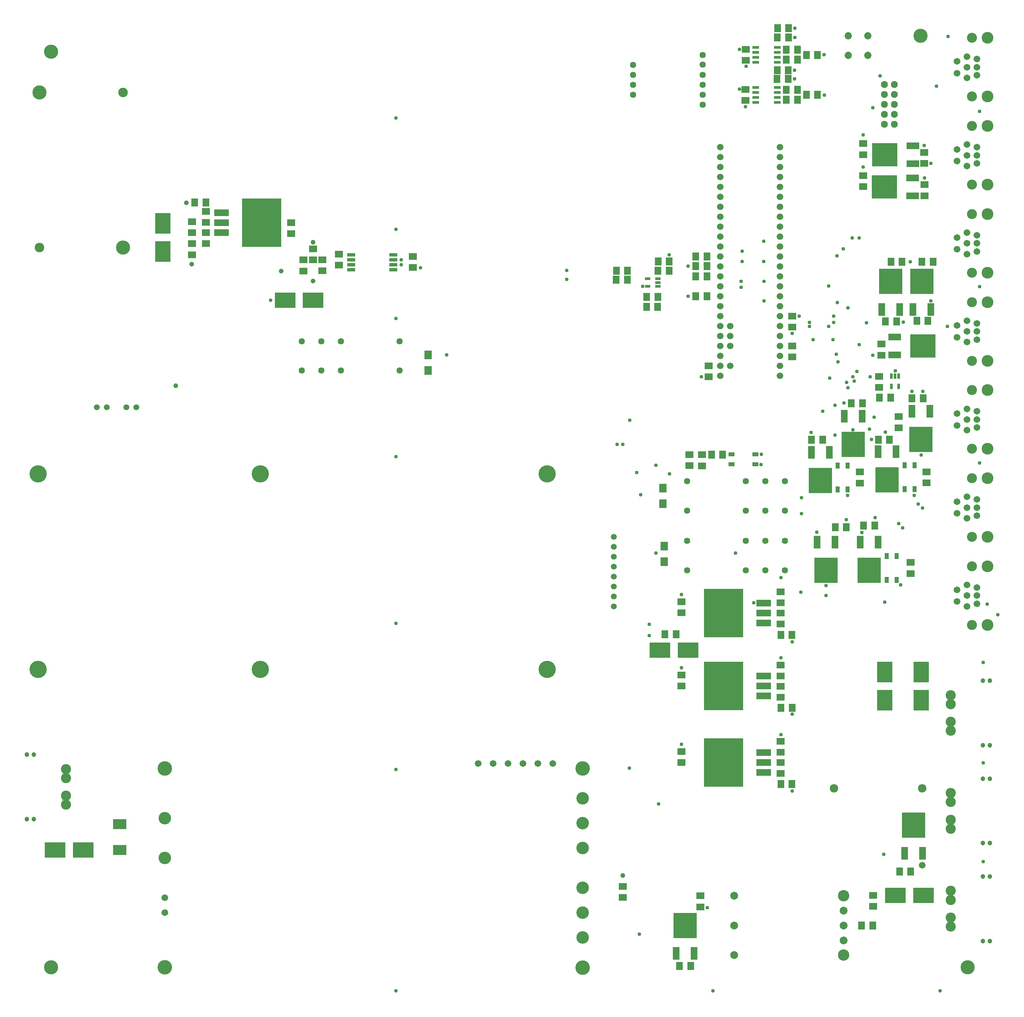
<source format=gbr>
G04 EAGLE Gerber RS-274X export*
G75*
%MOMM*%
%FSLAX34Y34*%
%LPD*%
%INSoldermask Top*%
%IPPOS*%
%AMOC8*
5,1,8,0,0,1.08239X$1,22.5*%
G01*
%ADD10C,3.603200*%
%ADD11R,2.003200X1.803200*%
%ADD12C,1.203200*%
%ADD13C,2.603200*%
%ADD14R,1.803200X2.003200*%
%ADD15C,2.553200*%
%ADD16C,3.003200*%
%ADD17C,1.711200*%
%ADD18R,5.243200X4.013200*%
%ADD19R,4.013200X5.243200*%
%ADD20R,1.403200X0.803200*%
%ADD21R,0.803200X1.403200*%
%ADD22C,4.403200*%
%ADD23C,1.511200*%
%ADD24R,2.006200X1.803200*%
%ADD25R,1.803200X2.006200*%
%ADD26C,2.453200*%
%ADD27C,1.853200*%
%ADD28P,1.869504X8X292.500000*%
%ADD29C,3.703200*%
%ADD30C,3.203200*%
%ADD31R,6.003200X6.403200*%
%ADD32R,1.803200X3.203200*%
%ADD33R,9.953200X12.403200*%
%ADD34R,3.703200X1.803200*%
%ADD35C,1.611200*%
%ADD36R,2.108200X0.843200*%
%ADD37C,2.003200*%
%ADD38C,2.903200*%
%ADD39R,1.003200X1.603200*%
%ADD40R,6.403200X6.003200*%
%ADD41R,3.203200X1.803200*%
%ADD42C,2.153200*%
%ADD43R,3.503200X2.603200*%
%ADD44C,1.676400*%
%ADD45R,1.703200X0.803200*%
%ADD46R,1.883200X2.323200*%
%ADD47R,1.603200X1.003200*%
%ADD48C,1.209600*%
%ADD49C,0.959600*%
%ADD50C,1.703200*%


D10*
X2320000Y2480000D03*
X2440000Y100000D03*
X100000Y100000D03*
X100000Y2440000D03*
D11*
X1559400Y278600D03*
X1559400Y306600D03*
D12*
X37600Y644000D03*
X55600Y644000D03*
X37600Y479000D03*
X55600Y479000D03*
D13*
X137600Y516000D03*
X137600Y539000D03*
X137600Y584000D03*
X137600Y607000D03*
D11*
X1709400Y818900D03*
X1709400Y846900D03*
X1962600Y649400D03*
X1962600Y677400D03*
X1709400Y623900D03*
X1709400Y651900D03*
D14*
X1649600Y1903400D03*
X1677600Y1903400D03*
X1620400Y1787400D03*
X1648400Y1787400D03*
D11*
X1757400Y282800D03*
X1757400Y254800D03*
X2198400Y284000D03*
X2198400Y256000D03*
X1778400Y1609400D03*
X1778400Y1637400D03*
X1873600Y2417800D03*
X1873600Y2445800D03*
D14*
X2028600Y2431400D03*
X2056600Y2431400D03*
D11*
X1962600Y1031500D03*
X1962600Y1059500D03*
D12*
X2497000Y667500D03*
X2479000Y667500D03*
X2497000Y832500D03*
X2479000Y832500D03*
D13*
X2397000Y795500D03*
X2397000Y772500D03*
X2397000Y727500D03*
X2397000Y704500D03*
D11*
X1872600Y2315400D03*
X1872600Y2343400D03*
D14*
X2028200Y2329400D03*
X2056200Y2329400D03*
D11*
X1709600Y1006000D03*
X1709600Y1034000D03*
D15*
X2450700Y975000D03*
X2450700Y1125000D03*
D16*
X2490700Y975000D03*
X2490700Y1125000D03*
D17*
X2438000Y1050000D03*
X2438000Y1022750D03*
X2438000Y1077250D03*
X2463400Y1029250D03*
X2463400Y1050000D03*
X2463400Y1070750D03*
X2412600Y1035000D03*
X2412600Y1065000D03*
D12*
X2497000Y167500D03*
X2479000Y167500D03*
X2497000Y332500D03*
X2479000Y332500D03*
D13*
X2397000Y295500D03*
X2397000Y272500D03*
X2397000Y227500D03*
X2397000Y204500D03*
D11*
X792400Y1907800D03*
X792400Y1879800D03*
D15*
X2450700Y2325000D03*
X2450700Y2475000D03*
D16*
X2490700Y2325000D03*
X2490700Y2475000D03*
D17*
X2438000Y2400000D03*
X2438000Y2372750D03*
X2438000Y2427250D03*
X2463400Y2379250D03*
X2463400Y2400000D03*
X2463400Y2420750D03*
X2412600Y2385000D03*
X2412600Y2415000D03*
D12*
X2497000Y417500D03*
X2479000Y417500D03*
X2497000Y582500D03*
X2479000Y582500D03*
D13*
X2397000Y545500D03*
X2397000Y522500D03*
X2397000Y477500D03*
X2397000Y454500D03*
D11*
X834400Y1922000D03*
X834400Y1894000D03*
D15*
X2450700Y2100000D03*
X2450700Y2250000D03*
D16*
X2490700Y2100000D03*
X2490700Y2250000D03*
D17*
X2438000Y2175000D03*
X2438000Y2147750D03*
X2438000Y2202250D03*
X2463400Y2154250D03*
X2463400Y2175000D03*
X2463400Y2195750D03*
X2412600Y2160000D03*
X2412600Y2190000D03*
D11*
X1023400Y1916200D03*
X1023400Y1888200D03*
D15*
X2450700Y1200000D03*
X2450700Y1350000D03*
D16*
X2490700Y1200000D03*
X2490700Y1350000D03*
D17*
X2438000Y1275000D03*
X2438000Y1247750D03*
X2438000Y1302250D03*
X2463400Y1254250D03*
X2463400Y1275000D03*
X2463400Y1295750D03*
X2412600Y1260000D03*
X2412600Y1290000D03*
D11*
X495000Y1977500D03*
X495000Y1949500D03*
D15*
X2450700Y1425000D03*
X2450700Y1575000D03*
D16*
X2490700Y1425000D03*
X2490700Y1575000D03*
D17*
X2438000Y1500000D03*
X2438000Y1472750D03*
X2438000Y1527250D03*
X2463400Y1479250D03*
X2463400Y1500000D03*
X2463400Y1520750D03*
X2412600Y1485000D03*
X2412600Y1515000D03*
D11*
X712400Y2003000D03*
X712400Y1975000D03*
D15*
X2450700Y1875000D03*
X2450700Y2025000D03*
D16*
X2490700Y1875000D03*
X2490700Y2025000D03*
D17*
X2438000Y1950000D03*
X2438000Y1922750D03*
X2438000Y1977250D03*
X2463400Y1929250D03*
X2463400Y1950000D03*
X2463400Y1970750D03*
X2412600Y1935000D03*
X2412600Y1965000D03*
D11*
X1962600Y844500D03*
X1962600Y872500D03*
D15*
X2450700Y1650000D03*
X2450700Y1800000D03*
D16*
X2490700Y1650000D03*
X2490700Y1800000D03*
D17*
X2438000Y1725000D03*
X2438000Y1697750D03*
X2438000Y1752250D03*
X2463400Y1704250D03*
X2463400Y1725000D03*
X2463400Y1745750D03*
X2412600Y1710000D03*
X2412600Y1740000D03*
D18*
X109900Y399800D03*
X181700Y399800D03*
D19*
X2321600Y783100D03*
X2321600Y854900D03*
D18*
X1726100Y910200D03*
X1654300Y910200D03*
D20*
X1623240Y1840300D03*
X1623240Y1859300D03*
X1649360Y1840300D03*
X1649360Y1849800D03*
X1649360Y1859300D03*
D21*
X2263900Y1584240D03*
X2244900Y1584240D03*
X2263900Y1610360D03*
X2254400Y1610360D03*
X2244900Y1610360D03*
D22*
X1366500Y861200D03*
X1366500Y1361200D03*
X66500Y861200D03*
X66500Y1361200D03*
X634000Y861200D03*
X634000Y1361200D03*
D23*
X1536500Y1022300D03*
X1536500Y1047700D03*
X1536500Y1073100D03*
X1536500Y1098500D03*
X1536500Y1123900D03*
X1536500Y1149300D03*
X1536500Y1174700D03*
X1536500Y1200100D03*
X317300Y1531200D03*
X291900Y1531200D03*
X241900Y1531200D03*
X216500Y1531200D03*
D24*
X1761400Y1410120D03*
X1761400Y1381680D03*
D25*
X1962980Y949400D03*
X1991420Y949400D03*
X2171220Y1541600D03*
X2142780Y1541600D03*
D24*
X744400Y1908020D03*
X744400Y1879580D03*
X768400Y1936120D03*
X768400Y1907680D03*
X495000Y2003380D03*
X495000Y2031820D03*
D25*
X494820Y2054600D03*
X466380Y2054600D03*
D24*
X459400Y2005620D03*
X459400Y1977180D03*
X459400Y1949120D03*
X459400Y1920680D03*
D25*
X1542980Y1880400D03*
X1571420Y1880400D03*
X1542780Y1857400D03*
X1571220Y1857400D03*
X1695620Y951600D03*
X1667180Y951600D03*
D24*
X1962600Y818420D03*
X1962600Y789980D03*
D25*
X1963380Y763400D03*
X1991820Y763400D03*
D24*
X1962600Y623820D03*
X1962600Y595380D03*
D25*
X1962980Y568400D03*
X1991420Y568400D03*
X1649380Y1880400D03*
X1677820Y1880400D03*
X1620580Y1813400D03*
X1649020Y1813400D03*
X1704380Y103400D03*
X1732820Y103400D03*
X2169380Y207400D03*
X2197820Y207400D03*
X2266180Y345400D03*
X2294620Y345400D03*
D24*
X2334600Y1337980D03*
X2334600Y1366420D03*
X1729600Y1381880D03*
X1729600Y1410320D03*
D25*
X2240220Y1448600D03*
X2211780Y1448600D03*
D24*
X2164600Y1337580D03*
X2164600Y1366020D03*
D25*
X2069820Y1448100D03*
X2041380Y1448100D03*
D24*
X1991900Y1688020D03*
X1991900Y1659580D03*
X1991900Y1764220D03*
X1991900Y1735780D03*
D25*
X2272420Y1903100D03*
X2243980Y1903100D03*
X2351620Y1903100D03*
X2323180Y1903100D03*
X2230180Y1750900D03*
X2258620Y1750900D03*
X2309980Y1751900D03*
X2338420Y1751900D03*
X1774220Y1916600D03*
X1745780Y1916600D03*
X1785980Y1410400D03*
X1814420Y1410400D03*
X1774220Y1865600D03*
X1745780Y1865600D03*
X2326220Y1554100D03*
X2297780Y1554100D03*
D24*
X2263900Y1507420D03*
X2263900Y1478980D03*
X2219900Y1692620D03*
X2219900Y1664180D03*
D25*
X1774220Y1891600D03*
X1745780Y1891600D03*
X1977180Y2444900D03*
X2005620Y2444900D03*
X2214980Y1555900D03*
X2243420Y1555900D03*
D24*
X2213900Y1610220D03*
X2213900Y1581780D03*
D25*
X2005420Y2419100D03*
X1976980Y2419100D03*
X1954380Y2499900D03*
X1982820Y2499900D03*
X2130220Y1224600D03*
X2101780Y1224600D03*
X1954180Y2475900D03*
X1982620Y2475900D03*
X1976980Y2341900D03*
X2005420Y2341900D03*
X2005220Y2317100D03*
X1976780Y2317100D03*
X1953580Y2391900D03*
X1982020Y2391900D03*
X1953380Y2369900D03*
X1981820Y2369900D03*
D24*
X2329100Y2154180D03*
X2329100Y2182620D03*
X2172900Y2205020D03*
X2172900Y2176580D03*
X2330100Y2071780D03*
X2330100Y2100220D03*
X2172900Y2123420D03*
X2172900Y2094980D03*
X2294600Y1106580D03*
X2294600Y1135020D03*
D25*
X2202620Y1228600D03*
X2174180Y1228600D03*
D10*
X69700Y2335900D03*
X283700Y1938900D03*
D26*
X69700Y1938900D03*
X283700Y2335900D03*
D24*
X1962400Y1005820D03*
X1962400Y977380D03*
D27*
X2184900Y2430200D03*
X2134900Y2430200D03*
X2184900Y2480200D03*
X2134900Y2480200D03*
D28*
X2227400Y2355700D03*
X2227400Y2330300D03*
X2227400Y2304900D03*
X2227400Y2279500D03*
X2227400Y2254100D03*
X2252800Y2355700D03*
X2252800Y2330300D03*
X2252800Y2304900D03*
X2252800Y2279500D03*
X2252800Y2254100D03*
D29*
X389800Y100400D03*
X389800Y608400D03*
X1456800Y608400D03*
X1456800Y99900D03*
D30*
X389800Y481400D03*
X389800Y379800D03*
D17*
X389800Y278200D03*
X389800Y240100D03*
D30*
X1456800Y176900D03*
X1456800Y240100D03*
X1456800Y303600D03*
X1456800Y405200D03*
X1456800Y468700D03*
X1456800Y532200D03*
D17*
X1380400Y621100D03*
X1342300Y621100D03*
X1304200Y621100D03*
X1266100Y621100D03*
X1228000Y621100D03*
X1189900Y621100D03*
D31*
X2188500Y1114600D03*
D32*
X2165650Y1186400D03*
X2211350Y1186400D03*
D33*
X1816350Y1005800D03*
D34*
X1919100Y1031200D03*
X1919100Y1005800D03*
X1919100Y980400D03*
D35*
X989600Y1625000D03*
X839600Y1625000D03*
X789600Y1625000D03*
X739600Y1625000D03*
X739600Y1700000D03*
X789600Y1700000D03*
X839600Y1700000D03*
X989600Y1700000D03*
D31*
X2147500Y1436600D03*
D32*
X2124650Y1508400D03*
X2170350Y1508400D03*
D36*
X865700Y1920650D03*
X865700Y1907950D03*
X865700Y1895250D03*
X865700Y1882550D03*
X973300Y1882550D03*
X973300Y1895250D03*
X973300Y1907950D03*
X973300Y1920650D03*
D33*
X637450Y2003200D03*
D34*
X534700Y1977800D03*
X534700Y2003200D03*
X534700Y2028600D03*
D33*
X1816350Y818800D03*
D34*
X1919100Y844200D03*
X1919100Y818800D03*
X1919100Y793400D03*
D33*
X1816350Y623800D03*
D34*
X1919100Y649200D03*
X1919100Y623800D03*
X1919100Y598400D03*
D37*
X1843900Y283300D03*
X1843900Y207300D03*
X1843900Y131300D03*
D38*
X2122900Y131300D03*
D37*
X2122900Y169300D03*
X2122900Y207300D03*
X2122900Y245300D03*
D38*
X2122900Y283300D03*
D31*
X1718500Y207400D03*
D32*
X1741350Y135600D03*
X1695650Y135600D03*
D35*
X1723500Y1342000D03*
X1873500Y1342000D03*
X1923500Y1342000D03*
X1973500Y1342000D03*
X1973500Y1267000D03*
X1923500Y1267000D03*
X1873500Y1267000D03*
X1723500Y1267000D03*
D31*
X2301500Y463400D03*
D32*
X2324350Y391600D03*
X2278650Y391600D03*
D39*
X2304200Y1383300D03*
X2278800Y1383300D03*
X2278800Y1322300D03*
X2304200Y1322300D03*
D31*
X2234500Y1345600D03*
D32*
X2211650Y1417400D03*
X2257350Y1417400D03*
D39*
X2133400Y1382300D03*
X2108000Y1382300D03*
X2108000Y1321300D03*
X2133400Y1321300D03*
D31*
X2063600Y1344300D03*
D32*
X2040750Y1416100D03*
X2086450Y1416100D03*
D31*
X2243400Y1852700D03*
D32*
X2266250Y1780900D03*
X2220550Y1780900D03*
D31*
X2323400Y1852700D03*
D32*
X2346250Y1780900D03*
X2300550Y1780900D03*
D40*
X2325700Y1687600D03*
D41*
X2253900Y1664750D03*
X2253900Y1710450D03*
D42*
X2323500Y557300D03*
X2098500Y557300D03*
D31*
X2320600Y1449300D03*
D32*
X2297750Y1521100D03*
X2343450Y1521100D03*
D43*
X275200Y400100D03*
X275200Y466100D03*
D44*
X1961100Y1662700D03*
X1961100Y1688100D03*
X1961100Y1713500D03*
X1961100Y1738900D03*
X1961100Y1764300D03*
X1961100Y1789700D03*
X1961100Y1815100D03*
X1961100Y1840500D03*
X1961100Y1865900D03*
X1961100Y1891300D03*
X1961100Y1916700D03*
X1961100Y1942100D03*
X1808700Y1942100D03*
X1808700Y1916700D03*
X1808700Y1891300D03*
X1808700Y1865900D03*
X1808700Y1840500D03*
X1808700Y1815100D03*
X1808700Y1789700D03*
X1808700Y1764300D03*
X1808700Y1738900D03*
X1808700Y1713500D03*
X1808700Y1688100D03*
X1961100Y1637300D03*
X1808700Y1662700D03*
X1808700Y1637300D03*
X1961100Y1611900D03*
X1808700Y1611900D03*
X1961100Y1967500D03*
X1808700Y1967500D03*
X1961100Y1992900D03*
X1961100Y2018300D03*
X1961100Y2043700D03*
X1961100Y2069100D03*
X1961100Y2094500D03*
X1961100Y2119900D03*
X1961100Y2145300D03*
X1961100Y2170700D03*
X1961100Y2196100D03*
X1808700Y2196100D03*
X1808700Y2170700D03*
X1808700Y2145300D03*
X1808700Y2119900D03*
X1808700Y2094500D03*
X1808700Y2069100D03*
X1808700Y2043700D03*
X1808700Y2018300D03*
X1808700Y1992900D03*
X1834100Y1637300D03*
X1834100Y1688100D03*
X1834100Y1713500D03*
X1834100Y1738900D03*
D45*
X1898700Y2450650D03*
X1898700Y2437950D03*
X1898700Y2425250D03*
X1898700Y2412550D03*
X1953700Y2412550D03*
X1953700Y2425250D03*
X1953700Y2437950D03*
X1953700Y2450650D03*
X1898700Y2348650D03*
X1898700Y2335950D03*
X1898700Y2323250D03*
X1898700Y2310550D03*
X1953700Y2310550D03*
X1953700Y2323250D03*
X1953700Y2335950D03*
X1953700Y2348650D03*
D40*
X2228300Y2176400D03*
D41*
X2300100Y2199250D03*
X2300100Y2153550D03*
D40*
X2227300Y2094400D03*
D41*
X2299100Y2117250D03*
X2299100Y2071550D03*
D35*
X1763100Y2304200D03*
X1763100Y2329600D03*
X1763100Y2355000D03*
X1763100Y2380400D03*
X1763100Y2406600D03*
X1763100Y2431200D03*
X1585300Y2380400D03*
X1585300Y2405800D03*
X1585300Y2355000D03*
X1585300Y2329600D03*
D46*
X1662200Y1325000D03*
X1662200Y1285000D03*
D47*
X1836700Y1410800D03*
X1836700Y1385400D03*
X1897700Y1385400D03*
X1897700Y1410800D03*
D35*
X1723500Y1190000D03*
X1873500Y1190000D03*
X1923500Y1190000D03*
X1973500Y1190000D03*
X1973500Y1115000D03*
X1923500Y1115000D03*
X1873500Y1115000D03*
X1723500Y1115000D03*
D31*
X2078500Y1114600D03*
D32*
X2055650Y1186400D03*
X2101350Y1186400D03*
D46*
X1665200Y1176300D03*
X1665200Y1136300D03*
D39*
X2259000Y1151300D03*
X2233600Y1151300D03*
X2233600Y1090300D03*
X2259000Y1090300D03*
D18*
X2326900Y284000D03*
X2255100Y284000D03*
D46*
X1062000Y1665000D03*
X1062000Y1625000D03*
D19*
X2228000Y854900D03*
X2228000Y783100D03*
D25*
X1774220Y1815000D03*
X1745780Y1815000D03*
D19*
X385000Y1929100D03*
X385000Y2000900D03*
D18*
X697100Y1805000D03*
X768900Y1805000D03*
D48*
X459000Y1897000D03*
X445000Y2054000D03*
X687000Y1879580D03*
D49*
X2490000Y1028000D03*
X2517000Y1001000D03*
D50*
X2324000Y361000D03*
D49*
X2170000Y1211000D03*
X2194000Y1449000D03*
X2124000Y1542000D03*
X2298000Y1572000D03*
X2055000Y1212000D03*
X1963000Y1096000D03*
X1992000Y932000D03*
X1963000Y891000D03*
X1992000Y747000D03*
X1963000Y695000D03*
X1992000Y551000D03*
X2255000Y1624000D03*
X1709000Y670000D03*
X1709000Y1053000D03*
X1709000Y866000D03*
X2198000Y1664000D03*
X2073000Y2432000D03*
X1857000Y2446000D03*
X1999000Y2476000D03*
X2074000Y2329000D03*
X1857000Y2344000D03*
X1998000Y2370000D03*
X2329000Y2200000D03*
X2330000Y2117000D03*
X2040000Y1467000D03*
X1912000Y1385000D03*
X2276000Y1749000D03*
X2346000Y1803000D03*
X1775000Y253000D03*
X1726000Y1892000D03*
X1992000Y1720000D03*
X1678000Y1921000D03*
X1043000Y1888000D03*
D48*
X1559000Y335000D03*
D49*
X1726000Y1815000D03*
X980000Y2270000D03*
X980000Y1986000D03*
X980000Y1758000D03*
X980000Y1405000D03*
X980000Y979000D03*
X980000Y606000D03*
X980000Y40000D03*
X1790000Y40000D03*
X2370000Y40000D03*
X2480000Y370000D03*
X2480000Y623000D03*
X2480000Y879000D03*
X2470000Y1389000D03*
X2470000Y1839000D03*
X2470000Y2287000D03*
X2390000Y2479000D03*
X2101000Y1536000D03*
X2101000Y1460000D03*
X2130000Y1244000D03*
X1894000Y1032000D03*
X1627000Y948000D03*
X1627000Y977000D03*
X1913000Y1411000D03*
X2314000Y1284000D03*
X2264000Y1234000D03*
X2078000Y1076000D03*
X2016000Y1300000D03*
X2016000Y1259000D03*
X2269000Y1077000D03*
X1847000Y1159000D03*
X1644000Y1159000D03*
X1110000Y1665000D03*
X2274000Y1223000D03*
X2325000Y1274000D03*
X2204000Y1249000D03*
X2147000Y1474000D03*
X2134000Y1581000D03*
X2096000Y1704000D03*
X1679000Y1361000D03*
X994000Y1908000D03*
X1416000Y1881000D03*
X994000Y1895250D03*
X1416000Y1858000D03*
X2201000Y1506000D03*
X1644000Y1383000D03*
X1605000Y1308000D03*
X1577000Y1498000D03*
X1595000Y1364000D03*
X2173000Y2227000D03*
X2173000Y2145000D03*
X1874000Y2402000D03*
X1998000Y2392000D03*
X1999000Y2500000D03*
X1873000Y2299000D03*
X1919000Y1955000D03*
X1760000Y1609000D03*
X1610000Y1840300D03*
X1602000Y185000D03*
X1559000Y1436000D03*
X2226000Y389000D03*
X1651000Y518000D03*
X1576000Y609000D03*
X1545000Y1436000D03*
X2131000Y1595000D03*
X2045000Y1704000D03*
X2230000Y1468000D03*
X2189000Y1475000D03*
X2150000Y1598000D03*
X2145000Y1964000D03*
X2088000Y1606000D03*
X2163000Y1691000D03*
X2163000Y1964000D03*
X2070000Y1521000D03*
X2036000Y1738000D03*
X2085000Y1738000D03*
X2122000Y1936000D03*
X2085000Y1841000D03*
X2010000Y1764000D03*
X2098000Y1764000D03*
X2293000Y1903000D03*
X2106000Y1918000D03*
X1919000Y1904000D03*
X1864000Y1904000D03*
X2036000Y1748000D03*
X2098000Y1748000D03*
X2078000Y1050000D03*
X2014000Y1059000D03*
X2157000Y1623000D03*
X2105000Y1667000D03*
X1864000Y1930000D03*
X2388000Y1738000D03*
X2107000Y1799000D03*
X1920000Y1853000D03*
X1862000Y1853000D03*
X2326000Y1572000D03*
X2191000Y1609000D03*
X2147000Y1609000D03*
X2109000Y1647000D03*
X2321000Y1409000D03*
X2216000Y2378000D03*
X2198000Y2297000D03*
X2360000Y2352000D03*
X2346000Y2154000D03*
X2133000Y1306000D03*
X2304000Y1306000D03*
X2228000Y1033000D03*
X1862000Y1838000D03*
X2182000Y1747000D03*
X2134000Y1785000D03*
X1920000Y1803000D03*
D48*
X768400Y1854000D03*
X768400Y1953000D03*
D49*
X660000Y1805000D03*
D48*
X418000Y1586000D03*
M02*

</source>
